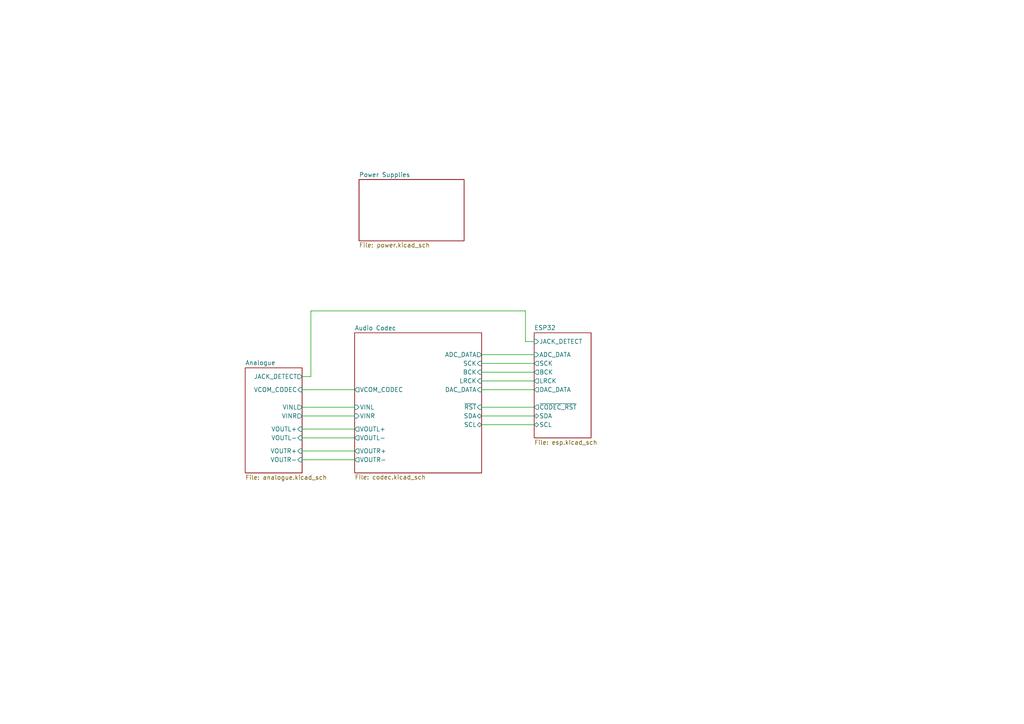
<source format=kicad_sch>
(kicad_sch (version 20210621) (generator eeschema)
  (paper "A4")
  (lib_symbols)
  (wire (pts (xy 87.63 109.22) (xy 90.17 109.22)))
  (wire (pts (xy 87.63 113.03) (xy 102.87 113.03)))
  (wire (pts (xy 87.63 118.11) (xy 102.87 118.11)))
  (wire (pts (xy 87.63 120.65) (xy 102.87 120.65)))
  (wire (pts (xy 87.63 124.46) (xy 102.87 124.46)))
  (wire (pts (xy 87.63 127) (xy 102.87 127)))
  (wire (pts (xy 87.63 130.81) (xy 102.87 130.81)))
  (wire (pts (xy 87.63 133.35) (xy 102.87 133.35)))
  (wire (pts (xy 90.17 90.17) (xy 152.4 90.17)))
  (wire (pts (xy 90.17 109.22) (xy 90.17 90.17)))
  (wire (pts (xy 139.7 102.87) (xy 154.94 102.87)))
  (wire (pts (xy 139.7 105.41) (xy 154.94 105.41)))
  (wire (pts (xy 139.7 107.95) (xy 154.94 107.95)))
  (wire (pts (xy 139.7 110.49) (xy 154.94 110.49)))
  (wire (pts (xy 139.7 118.11) (xy 154.94 118.11)))
  (wire (pts (xy 139.7 120.65) (xy 154.94 120.65)))
  (wire (pts (xy 152.4 90.17) (xy 152.4 99.06)))
  (wire (pts (xy 152.4 99.06) (xy 154.94 99.06)))
  (wire (pts (xy 154.94 113.03) (xy 139.7 113.03)))
  (wire (pts (xy 154.94 123.19) (xy 139.7 123.19)))
  (sheet (at 71.12 106.68) (size 16.51 30.48)
    (property "Sheet name" "Analogue" (at 71.12 105.9684 0) (effects (justify left bottom)))
    (property "Sheet file" "analogue.kicad_sch" (at 71.12 137.7446 0) (effects (justify left top)))
    (pin "JACK_DETECT" output (at 87.63 109.22 0))
    (pin "VCOM_CODEC" input (at 87.63 113.03 0))
    (pin "VINL" output (at 87.63 118.11 0))
    (pin "VINR" output (at 87.63 120.65 0))
    (pin "VOUTL+" input (at 87.63 124.46 0))
    (pin "VOUTL-" input (at 87.63 127 0))
    (pin "VOUTR+" input (at 87.63 130.81 0))
    (pin "VOUTR-" input (at 87.63 133.35 0))
  )
  (sheet (at 102.87 96.52) (size 36.83 40.64)
    (property "Sheet name" "Audio Codec" (at 102.87 95.8845 0) (effects (justify left bottom)))
    (property "Sheet file" "codec.kicad_sch" (at 102.87 137.6685 0) (effects (justify left top)))
    (pin "SCL" bidirectional (at 139.7 123.19 0))
    (pin "SDA" bidirectional (at 139.7 120.65 0))
    (pin "~{RST}" input (at 139.7 118.11 0))
    (pin "ADC_DATA" output (at 139.7 102.87 0))
    (pin "LRCK" input (at 139.7 110.49 0))
    (pin "BCK" input (at 139.7 107.95 0))
    (pin "SCK" input (at 139.7 105.41 0))
    (pin "DAC_DATA" input (at 139.7 113.03 0))
    (pin "VINL" input (at 102.87 118.11 180))
    (pin "VINR" input (at 102.87 120.65 180))
    (pin "VOUTL+" output (at 102.87 124.46 180))
    (pin "VOUTL-" output (at 102.87 127 180))
    (pin "VCOM_CODEC" output (at 102.87 113.03 180))
    (pin "VOUTR+" output (at 102.87 130.81 180))
    (pin "VOUTR-" output (at 102.87 133.35 180))
  )
  (sheet (at 154.94 96.52) (size 16.51 30.48)
    (property "Sheet name" "ESP32" (at 154.94 95.8084 0) (effects (justify left bottom)))
    (property "Sheet file" "esp.kicad_sch" (at 154.94 127.5846 0) (effects (justify left top)))
    (pin "ADC_DATA" input (at 154.94 102.87 180))
    (pin "SCK" output (at 154.94 105.41 180))
    (pin "BCK" output (at 154.94 107.95 180))
    (pin "LRCK" output (at 154.94 110.49 180))
    (pin "DAC_DATA" output (at 154.94 113.03 180))
    (pin "SCL" tri_state (at 154.94 123.19 180))
    (pin "SDA" tri_state (at 154.94 120.65 180))
    (pin "~{CODEC_RST}" output (at 154.94 118.11 180))
    (pin "JACK_DETECT" input (at 154.94 99.06 180))
  )
  (sheet (at 104.14 52.07) (size 30.48 17.78)
    (property "Sheet name" "Power Supplies" (at 104.14 51.4345 0) (effects (justify left bottom)))
    (property "Sheet file" "power.kicad_sch" (at 104.14 70.3585 0) (effects (justify left top)))
  )
)
</source>
